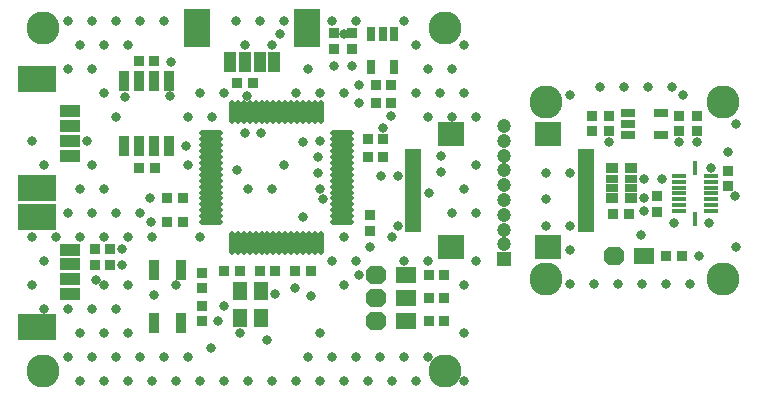
<source format=gts>
G04*
G04 #@! TF.GenerationSoftware,Altium Limited,Altium Designer,20.0.2 (26)*
G04*
G04 Layer_Color=8388736*
%FSLAX25Y25*%
%MOIN*%
G70*
G01*
G75*
%ADD43R,0.02572X0.04737*%
%ADD44R,0.04737X0.02572*%
%ADD45R,0.04934X0.05918*%
%ADD46R,0.03950X0.07099*%
%ADD47R,0.08674X0.12611*%
%ADD48O,0.07870X0.01902*%
%ADD49O,0.01902X0.07870*%
%ADD50R,0.07099X0.03950*%
%ADD51R,0.12611X0.08674*%
%ADD52R,0.03556X0.06706*%
%ADD53R,0.03800X0.03800*%
%ADD54R,0.03800X0.03800*%
G04:AMPARAMS|DCode=55|XSize=68mil|YSize=58mil|CornerRadius=0mil|HoleSize=0mil|Usage=FLASHONLY|Rotation=180.000|XOffset=0mil|YOffset=0mil|HoleType=Round|Shape=Octagon|*
%AMOCTAGOND55*
4,1,8,-0.03400,0.01450,-0.03400,-0.01450,-0.01950,-0.02900,0.01950,-0.02900,0.03400,-0.01450,0.03400,0.01450,0.01950,0.02900,-0.01950,0.02900,-0.03400,0.01450,0.0*
%
%ADD55OCTAGOND55*%

%ADD56R,0.06800X0.05800*%
%ADD57R,0.03359X0.06600*%
%ADD58R,0.08674X0.07887*%
%ADD59R,0.05524X0.01981*%
%ADD60R,0.04343X0.03359*%
%ADD61R,0.04343X0.02769*%
%ADD62R,0.01784X0.04737*%
%ADD63R,0.04737X0.01784*%
%ADD64C,0.04737*%
%ADD65R,0.04737X0.04737*%
%ADD66C,0.11036*%
%ADD67C,0.03200*%
G54D43*
X-50240Y78488D02*
D03*
X-42760Y78488D02*
D03*
X-46500Y89512D02*
D03*
X-42760D02*
D03*
X-50240D02*
D03*
G54D44*
X46271Y55840D02*
D03*
Y63321D02*
D03*
X35247Y59580D02*
D03*
Y63321D02*
D03*
Y55840D02*
D03*
G54D45*
X-86894Y-5067D02*
D03*
Y3988D02*
D03*
X-94177D02*
D03*
Y-5067D02*
D03*
G54D46*
X-82564Y80435D02*
D03*
X-87485D02*
D03*
X-92406D02*
D03*
X-97328D02*
D03*
G54D47*
X-71764Y91500D02*
D03*
X-108236D02*
D03*
G54D48*
X-103760Y26958D02*
D03*
Y28927D02*
D03*
Y30895D02*
D03*
Y32864D02*
D03*
Y34832D02*
D03*
Y36801D02*
D03*
Y38769D02*
D03*
Y40738D02*
D03*
Y42706D02*
D03*
Y44675D02*
D03*
Y46643D02*
D03*
Y48612D02*
D03*
Y50580D02*
D03*
Y52549D02*
D03*
Y54517D02*
D03*
Y56486D02*
D03*
X-60060D02*
D03*
Y54517D02*
D03*
Y52549D02*
D03*
Y50580D02*
D03*
Y48612D02*
D03*
Y46643D02*
D03*
Y44675D02*
D03*
Y42706D02*
D03*
Y40738D02*
D03*
Y38769D02*
D03*
Y36801D02*
D03*
Y34832D02*
D03*
Y32864D02*
D03*
Y30895D02*
D03*
Y28927D02*
D03*
Y26958D02*
D03*
G54D49*
X-96674Y63572D02*
D03*
X-94705D02*
D03*
X-92737D02*
D03*
X-90768D02*
D03*
X-88800D02*
D03*
X-86831D02*
D03*
X-84863D02*
D03*
X-82894D02*
D03*
X-80926D02*
D03*
X-78957D02*
D03*
X-76989D02*
D03*
X-75020D02*
D03*
X-73052D02*
D03*
X-71083D02*
D03*
X-69115D02*
D03*
X-67146D02*
D03*
Y19872D02*
D03*
X-69115D02*
D03*
X-71083D02*
D03*
X-73052D02*
D03*
X-75020D02*
D03*
X-76989D02*
D03*
X-78957D02*
D03*
X-80926D02*
D03*
X-82894D02*
D03*
X-84863D02*
D03*
X-86831D02*
D03*
X-88800D02*
D03*
X-90768D02*
D03*
X-92737D02*
D03*
X-94705D02*
D03*
X-96674D02*
D03*
G54D50*
X-150629Y17790D02*
D03*
X-150629Y12869D02*
D03*
X-150629Y7948D02*
D03*
Y3026D02*
D03*
Y63846D02*
D03*
Y58925D02*
D03*
Y54004D02*
D03*
Y49082D02*
D03*
G54D51*
X-161695Y28590D02*
D03*
Y-7882D02*
D03*
Y74646D02*
D03*
Y38174D02*
D03*
G54D52*
X-113682Y10910D02*
D03*
Y-6807D02*
D03*
X-122541Y10910D02*
D03*
X-122541Y-6807D02*
D03*
G54D53*
X-122441Y45000D02*
D03*
X-127559Y45000D02*
D03*
X-46400Y48682D02*
D03*
X-51518D02*
D03*
X-137195Y12618D02*
D03*
X-142313D02*
D03*
X-137195Y18118D02*
D03*
X-142313D02*
D03*
X-113135Y34832D02*
D03*
X-118253D02*
D03*
X-31100Y1687D02*
D03*
X-25981D02*
D03*
X-31100Y-6012D02*
D03*
X-25981D02*
D03*
X-31100Y9287D02*
D03*
X-25981D02*
D03*
X-127694Y80488D02*
D03*
X-122576Y80488D02*
D03*
X-46382Y54517D02*
D03*
X-51500D02*
D03*
X-48787Y66720D02*
D03*
X-43669Y66720D02*
D03*
X-48798Y72628D02*
D03*
X-43680D02*
D03*
X-75611Y10489D02*
D03*
X-70493D02*
D03*
X-94135D02*
D03*
X-99253D02*
D03*
X-82366Y10489D02*
D03*
X-87484D02*
D03*
X-89847Y73452D02*
D03*
X-94965D02*
D03*
X-118204Y26958D02*
D03*
X-113086D02*
D03*
X48058Y15499D02*
D03*
X53176D02*
D03*
X30441Y29535D02*
D03*
X35559D02*
D03*
G54D54*
X-106612Y-889D02*
D03*
X-106612Y-6007D02*
D03*
X-50808Y24111D02*
D03*
Y29230D02*
D03*
X-106612Y10111D02*
D03*
X-106612Y4993D02*
D03*
X-56628Y84702D02*
D03*
Y89820D02*
D03*
X-62628Y84702D02*
D03*
X-62628Y89820D02*
D03*
X23467Y57294D02*
D03*
Y62412D02*
D03*
X68500Y43993D02*
D03*
Y38875D02*
D03*
X45000Y35500D02*
D03*
Y30382D02*
D03*
X58176Y57294D02*
D03*
Y62412D02*
D03*
X52176Y57294D02*
D03*
Y62412D02*
D03*
X29000Y57294D02*
D03*
Y62412D02*
D03*
G54D55*
X-48640Y1688D02*
D03*
Y-6012D02*
D03*
Y9288D02*
D03*
X30559Y15500D02*
D03*
G54D56*
X-38640Y1688D02*
D03*
Y-6012D02*
D03*
Y9288D02*
D03*
X40559Y15500D02*
D03*
G54D57*
X-117635Y52163D02*
D03*
X-122635Y52163D02*
D03*
X-127635D02*
D03*
X-132635Y52163D02*
D03*
Y73817D02*
D03*
X-127635Y73817D02*
D03*
X-122635Y73817D02*
D03*
X-117635Y73817D02*
D03*
G54D58*
X-23799Y56398D02*
D03*
Y18602D02*
D03*
X8799D02*
D03*
Y56398D02*
D03*
G54D59*
X-36201Y50295D02*
D03*
X-36201Y48327D02*
D03*
X-36201Y46358D02*
D03*
X-36201Y44390D02*
D03*
X-36201Y42421D02*
D03*
Y40453D02*
D03*
Y38484D02*
D03*
Y36516D02*
D03*
Y34547D02*
D03*
Y32579D02*
D03*
X-36201Y30610D02*
D03*
X-36201Y28642D02*
D03*
X-36201Y26673D02*
D03*
X-36201Y24705D02*
D03*
X21201Y24705D02*
D03*
Y26673D02*
D03*
Y28642D02*
D03*
Y30610D02*
D03*
Y32579D02*
D03*
Y34547D02*
D03*
Y36516D02*
D03*
Y38484D02*
D03*
Y40453D02*
D03*
Y42421D02*
D03*
Y44390D02*
D03*
Y46358D02*
D03*
Y48327D02*
D03*
Y50295D02*
D03*
G54D60*
X29850Y44898D02*
D03*
Y34819D02*
D03*
X36150D02*
D03*
Y44898D02*
D03*
G54D61*
X29850Y41433D02*
D03*
Y38284D02*
D03*
X36150D02*
D03*
Y41433D02*
D03*
G54D62*
X57500Y28035D02*
D03*
Y44965D02*
D03*
G54D63*
X62815Y30595D02*
D03*
X62815Y32563D02*
D03*
X62815Y34532D02*
D03*
Y36500D02*
D03*
Y38469D02*
D03*
Y40437D02*
D03*
Y42406D02*
D03*
X52185D02*
D03*
Y40437D02*
D03*
Y38469D02*
D03*
Y36500D02*
D03*
Y34532D02*
D03*
X52185Y32563D02*
D03*
X52185Y30595D02*
D03*
G54D64*
X-6000Y58907D02*
D03*
Y53986D02*
D03*
Y49065D02*
D03*
Y44144D02*
D03*
Y39222D02*
D03*
Y34301D02*
D03*
Y29380D02*
D03*
Y24459D02*
D03*
Y19537D02*
D03*
G54D65*
Y14616D02*
D03*
G54D66*
X-159669Y-22689D02*
D03*
X-25811D02*
D03*
Y91484D02*
D03*
X-159669D02*
D03*
X7874Y66929D02*
D03*
X66929Y66929D02*
D03*
Y7874D02*
D03*
X7874D02*
D03*
G54D67*
X-19500Y86000D02*
D03*
Y70000D02*
D03*
X-15500Y62000D02*
D03*
Y46000D02*
D03*
X-19500Y38000D02*
D03*
X-15500Y30000D02*
D03*
Y14000D02*
D03*
X-19500Y6000D02*
D03*
Y-10000D02*
D03*
Y-26000D02*
D03*
X-23500Y78000D02*
D03*
X-27500Y70000D02*
D03*
X-23500Y62000D02*
D03*
Y30000D02*
D03*
X-35500Y86000D02*
D03*
X-31500Y78000D02*
D03*
X-35500Y70000D02*
D03*
X-31500Y62000D02*
D03*
Y14000D02*
D03*
Y-18000D02*
D03*
X-35500Y-26000D02*
D03*
X-39500Y94000D02*
D03*
X-43500Y22000D02*
D03*
X-39500Y14000D02*
D03*
Y-18000D02*
D03*
X-43500Y-26000D02*
D03*
X-47500Y-18000D02*
D03*
X-51500Y-26000D02*
D03*
X-55500Y94000D02*
D03*
X-59500Y70000D02*
D03*
Y22000D02*
D03*
X-55500Y14000D02*
D03*
X-59500Y6000D02*
D03*
X-55500Y-18000D02*
D03*
X-59500Y-26000D02*
D03*
X-63500Y94000D02*
D03*
X-67500Y70000D02*
D03*
Y54000D02*
D03*
Y38000D02*
D03*
X-63500Y14000D02*
D03*
X-67500Y-10000D02*
D03*
X-63500Y-18000D02*
D03*
X-67500Y-26000D02*
D03*
X-71500Y78000D02*
D03*
X-75500Y70000D02*
D03*
X-71500Y-18000D02*
D03*
X-75500Y-26000D02*
D03*
X-79500Y94000D02*
D03*
X-83500Y86000D02*
D03*
X-79500Y46000D02*
D03*
X-83500Y38000D02*
D03*
Y-26000D02*
D03*
X-87500Y94000D02*
D03*
X-91500Y38000D02*
D03*
Y-26000D02*
D03*
X-95500Y94000D02*
D03*
X-99500Y70000D02*
D03*
Y-26000D02*
D03*
X-107500Y70000D02*
D03*
X-103500Y62000D02*
D03*
X-107500Y22000D02*
D03*
Y-26000D02*
D03*
X-111500Y62000D02*
D03*
Y46000D02*
D03*
X-115500Y6000D02*
D03*
X-111500Y-18000D02*
D03*
X-115500Y-26000D02*
D03*
X-119500Y94000D02*
D03*
X-123500Y22000D02*
D03*
X-119500Y-18000D02*
D03*
X-123500Y-26000D02*
D03*
X-127500Y94000D02*
D03*
X-131500Y86000D02*
D03*
X-127500Y30000D02*
D03*
X-131500Y22000D02*
D03*
Y6000D02*
D03*
Y-10000D02*
D03*
X-127500Y-18000D02*
D03*
X-131500Y-26000D02*
D03*
X-135500Y94000D02*
D03*
X-139500Y86000D02*
D03*
Y70000D02*
D03*
X-135500Y62000D02*
D03*
X-139500Y38000D02*
D03*
X-135500Y30000D02*
D03*
X-139500Y22000D02*
D03*
Y6000D02*
D03*
X-135500Y-2000D02*
D03*
X-139500Y-10000D02*
D03*
X-135500Y-18000D02*
D03*
X-139500Y-26000D02*
D03*
X-143500Y94000D02*
D03*
X-147500Y86000D02*
D03*
X-143500Y78000D02*
D03*
Y46000D02*
D03*
X-147500Y38000D02*
D03*
X-143500Y30000D02*
D03*
X-147500Y22000D02*
D03*
X-143500Y-2000D02*
D03*
X-147500Y-10000D02*
D03*
X-143500Y-18000D02*
D03*
X-147500Y-26000D02*
D03*
X-151500Y94000D02*
D03*
Y78000D02*
D03*
Y30000D02*
D03*
X-155500Y22000D02*
D03*
X-151500Y-2000D02*
D03*
Y-18000D02*
D03*
X-163500Y54000D02*
D03*
X-159500Y46000D02*
D03*
X-163500Y22000D02*
D03*
X-159500Y14000D02*
D03*
X-163500Y6000D02*
D03*
X-159500Y-2000D02*
D03*
X-75615Y4860D02*
D03*
X-82366Y3013D02*
D03*
X-84866Y-12500D02*
D03*
X-94177Y-10000D02*
D03*
X-99253Y-889D02*
D03*
X-112006Y52159D02*
D03*
X-123833Y26961D02*
D03*
X-123882Y34836D02*
D03*
X-54269Y9291D02*
D03*
X-50811Y18482D02*
D03*
X-41500Y25689D02*
D03*
X-46382Y58392D02*
D03*
X-54416Y66724D02*
D03*
X-54428Y72632D02*
D03*
X-56632Y79072D02*
D03*
X-62632D02*
D03*
X-92403Y86064D02*
D03*
X-117006Y80426D02*
D03*
X-145000Y54000D02*
D03*
X-59500Y89500D02*
D03*
X-80663Y89512D02*
D03*
X-73052Y53794D02*
D03*
Y28500D02*
D03*
X-142171Y7529D02*
D03*
X-122559Y2676D02*
D03*
X-103627Y-15000D02*
D03*
X-43597Y62392D02*
D03*
X-70493Y2232D02*
D03*
X-101500Y-6000D02*
D03*
X-41500Y42161D02*
D03*
X-46897D02*
D03*
X-66405Y34618D02*
D03*
X-27053Y48878D02*
D03*
Y43630D02*
D03*
X-68000Y48500D02*
D03*
Y43406D02*
D03*
X-31100Y36516D02*
D03*
X-133500Y12500D02*
D03*
Y18000D02*
D03*
X-94965Y44390D02*
D03*
X-91677Y69000D02*
D03*
X-117500D02*
D03*
X-132500Y68500D02*
D03*
X-86894Y56486D02*
D03*
X-92406D02*
D03*
X-87500Y10500D02*
D03*
X-86894Y-5067D02*
D03*
X50074Y72000D02*
D03*
X42090D02*
D03*
X34106D02*
D03*
X26123D02*
D03*
X55919Y6375D02*
D03*
X47935D02*
D03*
X39952D02*
D03*
X31968D02*
D03*
X23984D02*
D03*
X16000D02*
D03*
Y17705D02*
D03*
X7874Y34618D02*
D03*
X8016Y25689D02*
D03*
X58176Y53736D02*
D03*
X52176D02*
D03*
X29000D02*
D03*
X15858Y69166D02*
D03*
X71293Y59580D02*
D03*
Y18602D02*
D03*
X7874Y43406D02*
D03*
X53551Y69166D02*
D03*
X62259Y26500D02*
D03*
X40559Y30500D02*
D03*
X46583Y41433D02*
D03*
X16000Y25689D02*
D03*
X15858Y43406D02*
D03*
X39500Y22500D02*
D03*
X71000Y35500D02*
D03*
X40559Y41433D02*
D03*
X63000Y45000D02*
D03*
X40559Y34819D02*
D03*
X59000Y15500D02*
D03*
X68500Y50295D02*
D03*
X50500Y26673D02*
D03*
M02*

</source>
